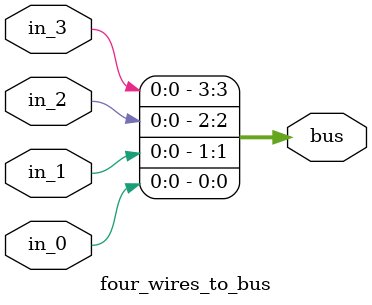
<source format=sv>
module four_wires_to_bus(
		input wire in_0,
		input wire in_1,
		input wire in_2,
		input wire in_3,
		
		output [3:0] bus
	);
	
	assign bus = {in_3, in_2, in_1, in_0}; // making sure the biggest bit is where is supposed to be
	
endmodule
</source>
